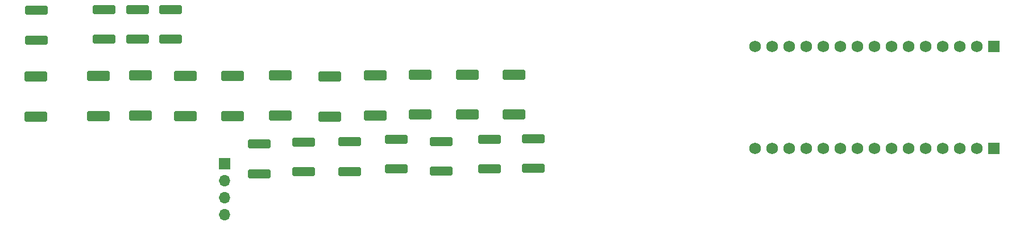
<source format=gbr>
%TF.GenerationSoftware,KiCad,Pcbnew,8.0.8*%
%TF.CreationDate,2025-04-10T10:16:36+02:00*%
%TF.ProjectId,Projet S6,50726f6a-6574-4205-9336-2e6b69636164,rev?*%
%TF.SameCoordinates,Original*%
%TF.FileFunction,Soldermask,Top*%
%TF.FilePolarity,Negative*%
%FSLAX46Y46*%
G04 Gerber Fmt 4.6, Leading zero omitted, Abs format (unit mm)*
G04 Created by KiCad (PCBNEW 8.0.8) date 2025-04-10 10:16:36*
%MOMM*%
%LPD*%
G01*
G04 APERTURE LIST*
G04 Aperture macros list*
%AMRoundRect*
0 Rectangle with rounded corners*
0 $1 Rounding radius*
0 $2 $3 $4 $5 $6 $7 $8 $9 X,Y pos of 4 corners*
0 Add a 4 corners polygon primitive as box body*
4,1,4,$2,$3,$4,$5,$6,$7,$8,$9,$2,$3,0*
0 Add four circle primitives for the rounded corners*
1,1,$1+$1,$2,$3*
1,1,$1+$1,$4,$5*
1,1,$1+$1,$6,$7*
1,1,$1+$1,$8,$9*
0 Add four rect primitives between the rounded corners*
20,1,$1+$1,$2,$3,$4,$5,0*
20,1,$1+$1,$4,$5,$6,$7,0*
20,1,$1+$1,$6,$7,$8,$9,0*
20,1,$1+$1,$8,$9,$2,$3,0*%
G04 Aperture macros list end*
%ADD10RoundRect,0.249999X-1.425001X0.512501X-1.425001X-0.512501X1.425001X-0.512501X1.425001X0.512501X0*%
%ADD11RoundRect,0.250000X-1.450000X0.400000X-1.450000X-0.400000X1.450000X-0.400000X1.450000X0.400000X0*%
%ADD12RoundRect,0.250000X1.450000X-0.400000X1.450000X0.400000X-1.450000X0.400000X-1.450000X-0.400000X0*%
%ADD13RoundRect,0.249999X1.425001X-0.512501X1.425001X0.512501X-1.425001X0.512501X-1.425001X-0.512501X0*%
%ADD14R,1.700000X1.700000*%
%ADD15O,1.700000X1.700000*%
%ADD16RoundRect,0.102000X-0.765000X0.765000X-0.765000X-0.765000X0.765000X-0.765000X0.765000X0.765000X0*%
%ADD17C,1.734000*%
G04 APERTURE END LIST*
D10*
%TO.C,D4*%
X124500000Y-96712500D03*
X124500000Y-102687500D03*
%TD*%
D11*
%TO.C,R8*%
X94000000Y-86875000D03*
X94000000Y-91325000D03*
%TD*%
D12*
%TO.C,R5*%
X120700000Y-111100000D03*
X120700000Y-106650000D03*
%TD*%
%TO.C,R3*%
X134300000Y-111025000D03*
X134300000Y-106575000D03*
%TD*%
%TO.C,R7*%
X107200000Y-111425000D03*
X107200000Y-106975000D03*
%TD*%
D10*
%TO.C,D6*%
X110300000Y-96712500D03*
X110300000Y-102687500D03*
%TD*%
D13*
%TO.C,D11*%
X73900000Y-102875000D03*
X73900000Y-96900000D03*
%TD*%
D10*
%TO.C,D7*%
X103200000Y-96800000D03*
X103200000Y-102775000D03*
%TD*%
%TO.C,D5*%
X117700000Y-96900000D03*
X117700000Y-102875000D03*
%TD*%
%TO.C,D3*%
X131200000Y-96612500D03*
X131200000Y-102587500D03*
%TD*%
D11*
%TO.C,R11*%
X74000000Y-86975000D03*
X74000000Y-91425000D03*
%TD*%
D12*
%TO.C,R2*%
X141500000Y-110700000D03*
X141500000Y-106250000D03*
%TD*%
D13*
%TO.C,D10*%
X83200000Y-102787500D03*
X83200000Y-96812500D03*
%TD*%
D11*
%TO.C,R9*%
X89050000Y-86875000D03*
X89050000Y-91325000D03*
%TD*%
D10*
%TO.C,D2*%
X138200000Y-96612500D03*
X138200000Y-102587500D03*
%TD*%
D11*
%TO.C,R10*%
X84100000Y-86875000D03*
X84100000Y-91325000D03*
%TD*%
D12*
%TO.C,R6*%
X113800000Y-111125000D03*
X113800000Y-106675000D03*
%TD*%
D14*
%TO.C,J3*%
X102000000Y-109950000D03*
D15*
X102000000Y-112490000D03*
X102000000Y-115030000D03*
X102000000Y-117570000D03*
%TD*%
D13*
%TO.C,D9*%
X89500000Y-102675000D03*
X89500000Y-96700000D03*
%TD*%
D12*
%TO.C,R1*%
X148000000Y-110600000D03*
X148000000Y-106150000D03*
%TD*%
%TO.C,R4*%
X127600000Y-110700000D03*
X127600000Y-106250000D03*
%TD*%
D10*
%TO.C,D1*%
X145100000Y-96612500D03*
X145100000Y-102587500D03*
%TD*%
D13*
%TO.C,D8*%
X96180000Y-102775000D03*
X96180000Y-96800000D03*
%TD*%
D16*
%TO.C,Nucleo2*%
X216560000Y-92400000D03*
D17*
X214020000Y-92400000D03*
X211480000Y-92400000D03*
X208940000Y-92400000D03*
X206400000Y-92400000D03*
X203860000Y-92400000D03*
X201320000Y-92400000D03*
X198780000Y-92400000D03*
X196240000Y-92400000D03*
X193700000Y-92400000D03*
X191160000Y-92400000D03*
X188620000Y-92400000D03*
X186080000Y-92400000D03*
X183540000Y-92400000D03*
X181000000Y-92400000D03*
D16*
X216560000Y-107640000D03*
D17*
X214020000Y-107640000D03*
X211480000Y-107640000D03*
X208940000Y-107640000D03*
X206400000Y-107640000D03*
X203860000Y-107640000D03*
X201320000Y-107640000D03*
X198780000Y-107640000D03*
X196240000Y-107640000D03*
X193700000Y-107640000D03*
X191160000Y-107640000D03*
X188620000Y-107640000D03*
X186080000Y-107640000D03*
X183540000Y-107640000D03*
X181000000Y-107640000D03*
%TD*%
M02*

</source>
